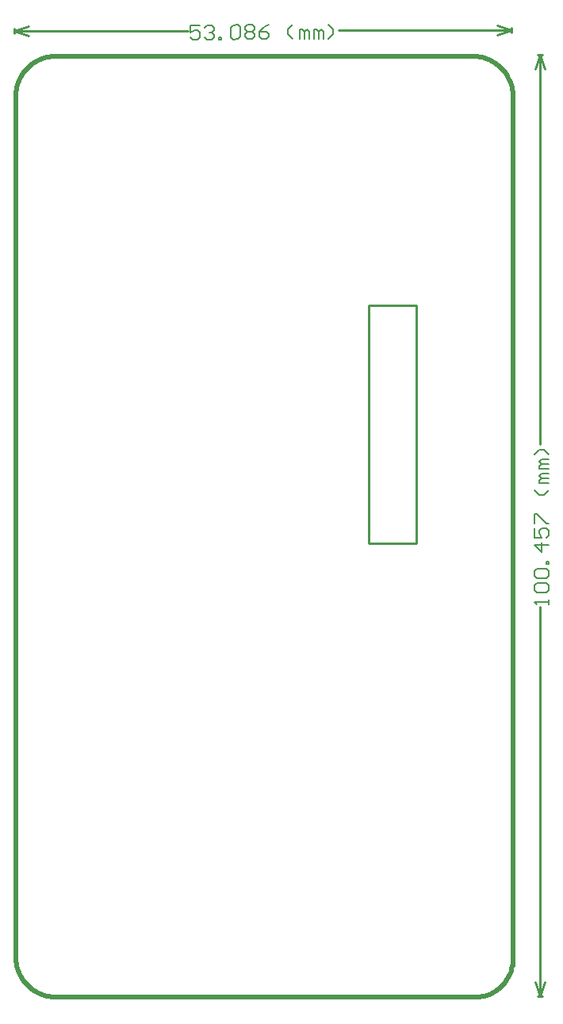
<source format=gm1>
G04*
G04 #@! TF.GenerationSoftware,Altium Limited,Altium Designer,20.1.7 (139)*
G04*
G04 Layer_Color=16711935*
%FSLAX25Y25*%
%MOIN*%
G70*
G04*
G04 #@! TF.SameCoordinates,5ECA0F7F-463D-40B6-9D18-12E9E7DCF4CC*
G04*
G04*
G04 #@! TF.FilePolarity,Positive*
G04*
G01*
G75*
%ADD11C,0.01000*%
%ADD121C,0.00600*%
%ADD125C,0.02000*%
D11*
X240000Y672000D02*
X269500D01*
X270000Y672500D01*
X362256Y567412D02*
X382256D01*
X362256Y467412D02*
X382256D01*
Y567412D01*
X362256Y467412D02*
Y567412D01*
X433500Y672500D02*
X435500D01*
X433500Y277000D02*
X435500D01*
X434500Y672500D02*
X436500Y666500D01*
X432500D02*
X434500Y672500D01*
Y277000D02*
X436500Y283000D01*
X432500D02*
X434500Y277000D01*
Y508840D02*
Y672500D01*
Y277000D02*
Y440660D01*
X422498Y684000D02*
X422502Y682000D01*
X213498Y683500D02*
X213502Y681500D01*
X416505Y680986D02*
X422500Y683000D01*
X416495Y684986D02*
X422500Y683000D01*
X213500Y682500D02*
X219505Y680514D01*
X213500Y682500D02*
X219495Y684514D01*
X349590Y682826D02*
X422500Y683000D01*
X213500Y682500D02*
X286410Y682674D01*
D121*
X438099Y441660D02*
Y443660D01*
Y442660D01*
X432101D01*
X433101Y441660D01*
Y446659D02*
X432101Y447659D01*
Y449658D01*
X433101Y450658D01*
X437099D01*
X438099Y449658D01*
Y447659D01*
X437099Y446659D01*
X433101D01*
Y452657D02*
X432101Y453657D01*
Y455656D01*
X433101Y456656D01*
X437099D01*
X438099Y455656D01*
Y453657D01*
X437099Y452657D01*
X433101D01*
X438099Y458655D02*
X437099D01*
Y459655D01*
X438099D01*
Y458655D01*
Y466652D02*
X432101D01*
X435100Y463653D01*
Y467652D01*
X432101Y473650D02*
Y469652D01*
X435100D01*
X434100Y471651D01*
Y472650D01*
X435100Y473650D01*
X437099D01*
X438099Y472650D01*
Y470651D01*
X437099Y469652D01*
X432101Y475649D02*
Y479648D01*
X433101D01*
X437099Y475649D01*
X438099D01*
Y489645D02*
X436100Y487646D01*
X434100D01*
X432101Y489645D01*
X438099Y492644D02*
X434100D01*
Y493644D01*
X435100Y494643D01*
X438099D01*
X435100D01*
X434100Y495643D01*
X435100Y496643D01*
X438099D01*
Y498642D02*
X434100D01*
Y499642D01*
X435100Y500641D01*
X438099D01*
X435100D01*
X434100Y501641D01*
X435100Y502641D01*
X438099D01*
Y504640D02*
X436100Y506639D01*
X434100D01*
X432101Y504640D01*
X291403Y685085D02*
X287404Y685076D01*
X287411Y682077D01*
X289408Y683081D01*
X290408Y683084D01*
X291410Y682086D01*
X291415Y680087D01*
X290417Y679085D01*
X288418Y679080D01*
X287416Y680078D01*
X293405Y684091D02*
X294402Y685093D01*
X296401Y685097D01*
X297403Y684100D01*
X297406Y683100D01*
X296408Y682098D01*
X295409Y682096D01*
X296408Y682098D01*
X297410Y681101D01*
X297413Y680101D01*
X296415Y679099D01*
X294416Y679095D01*
X293414Y680092D01*
X299414Y679107D02*
X299412Y680106D01*
X300412Y680109D01*
X300414Y679109D01*
X299414Y679107D01*
X304401Y684117D02*
X305398Y685119D01*
X307398Y685124D01*
X308400Y684126D01*
X308409Y680128D01*
X307412Y679126D01*
X305413Y679121D01*
X304411Y680118D01*
X304401Y684117D01*
X310399Y684131D02*
X311396Y685133D01*
X313396Y685138D01*
X314398Y684141D01*
X314400Y683141D01*
X313403Y682139D01*
X314405Y681142D01*
X314407Y680142D01*
X313410Y679140D01*
X311411Y679135D01*
X310408Y680132D01*
X310406Y681132D01*
X311403Y682134D01*
X310401Y683132D01*
X310399Y684131D01*
X311403Y682134D02*
X313403Y682139D01*
X320393Y685155D02*
X318396Y684150D01*
X316402Y682146D01*
X316407Y680147D01*
X317409Y679149D01*
X319408Y679154D01*
X320405Y680156D01*
X320403Y681156D01*
X319401Y682153D01*
X316402Y682146D01*
X330404Y679181D02*
X328400Y681175D01*
X328396Y683175D01*
X330390Y685179D01*
X333403Y679188D02*
X333394Y683186D01*
X334394Y683189D01*
X335396Y682192D01*
X335403Y679193D01*
X335396Y682192D01*
X336393Y683194D01*
X337395Y682196D01*
X337402Y679197D01*
X339401Y679202D02*
X339392Y683201D01*
X340391Y683203D01*
X341394Y682206D01*
X341401Y679207D01*
X341394Y682206D01*
X342391Y683208D01*
X343393Y682211D01*
X343400Y679212D01*
X345399Y679216D02*
X347394Y681221D01*
X347389Y683220D01*
X345385Y685215D01*
D125*
X231000Y672000D02*
X230012Y671971D01*
X229026Y671885D01*
X228048Y671742D01*
X227080Y671542D01*
X226124Y671286D01*
X225186Y670975D01*
X224267Y670610D01*
X223370Y670192D01*
X222500Y669722D01*
X221658Y669203D01*
X220848Y668636D01*
X220073Y668023D01*
X219334Y667365D01*
X218635Y666666D01*
X217977Y665927D01*
X217364Y665152D01*
X216797Y664342D01*
X216278Y663500D01*
X215808Y662630D01*
X215390Y661733D01*
X215025Y660814D01*
X214714Y659876D01*
X214458Y658920D01*
X214258Y657952D01*
X214115Y656974D01*
X214029Y655989D01*
X214000Y655000D01*
X423000Y655000D02*
X422971Y655989D01*
X422885Y656974D01*
X422742Y657952D01*
X422542Y658920D01*
X422286Y659876D01*
X421975Y660814D01*
X421610Y661733D01*
X421192Y662630D01*
X420722Y663500D01*
X420203Y664342D01*
X419636Y665152D01*
X419023Y665927D01*
X418365Y666666D01*
X417666Y667365D01*
X416927Y668023D01*
X416152Y668636D01*
X415342Y669203D01*
X414500Y669722D01*
X413630Y670192D01*
X412733Y670610D01*
X411814Y670975D01*
X410876Y671286D01*
X409921Y671542D01*
X408952Y671742D01*
X407974Y671885D01*
X406988Y671971D01*
X406000Y672000D01*
X407088Y276588D02*
X408087Y276619D01*
X409082Y276713D01*
X410069Y276870D01*
X411045Y277088D01*
X412005Y277367D01*
X412946Y277705D01*
X413863Y278102D01*
X414753Y278556D01*
X415614Y279065D01*
X416441Y279627D01*
X417231Y280239D01*
X417980Y280901D01*
X418687Y281607D01*
X419348Y282357D01*
X419961Y283147D01*
X420523Y283974D01*
X421032Y284834D01*
X421486Y285725D01*
X421883Y286642D01*
X422221Y287583D01*
X422500Y288543D01*
X422718Y289518D01*
X422874Y290506D01*
X422969Y291501D01*
X423000Y292500D01*
X214000Y293542D02*
X214029Y292554D01*
X214115Y291569D01*
X214258Y290590D01*
X214458Y289622D01*
X214714Y288667D01*
X215025Y287728D01*
X215390Y286809D01*
X215808Y285913D01*
X216278Y285042D01*
X216797Y284201D01*
X217364Y283391D01*
X217977Y282615D01*
X218635Y281876D01*
X219334Y281177D01*
X220073Y280520D01*
X220848Y279906D01*
X221658Y279339D01*
X222500Y278820D01*
X223370Y278351D01*
X224267Y277933D01*
X225186Y277568D01*
X226124Y277257D01*
X227080Y277001D01*
X228048Y276801D01*
X229026Y276657D01*
X230012Y276571D01*
X231000Y276542D01*
X372316Y276542D02*
X407088D01*
X231000D02*
X266772D01*
X372316D01*
X423000Y289500D02*
Y655000D01*
X231000Y672000D02*
X406000Y672000D01*
X214000Y293542D02*
X214000Y656000D01*
M02*

</source>
